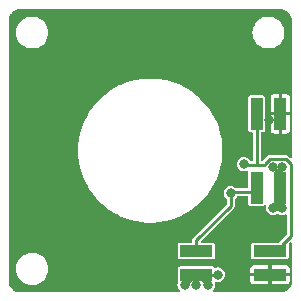
<source format=gbr>
%TF.GenerationSoftware,KiCad,Pcbnew,7.0.5.1-1-g8f565ef7f0-dirty-deb11*%
%TF.CreationDate,2023-07-26T12:03:11+00:00*%
%TF.ProjectId,pedalboard-led-ring,70656461-6c62-46f6-9172-642d6c65642d,1.0.0*%
%TF.SameCoordinates,Original*%
%TF.FileFunction,Copper,L2,Bot*%
%TF.FilePolarity,Positive*%
%FSLAX46Y46*%
G04 Gerber Fmt 4.6, Leading zero omitted, Abs format (unit mm)*
G04 Created by KiCad (PCBNEW 7.0.5.1-1-g8f565ef7f0-dirty-deb11) date 2023-07-26 12:03:11*
%MOMM*%
%LPD*%
G01*
G04 APERTURE LIST*
%TA.AperFunction,SMDPad,CuDef*%
%ADD10R,1.000000X2.750000*%
%TD*%
%TA.AperFunction,SMDPad,CuDef*%
%ADD11R,2.750000X1.000000*%
%TD*%
%TA.AperFunction,ViaPad*%
%ADD12C,0.800000*%
%TD*%
%TA.AperFunction,Conductor*%
%ADD13C,0.250000*%
%TD*%
G04 APERTURE END LIST*
D10*
%TO.P,J1,1,Pin_1*%
%TO.N,VCC*%
X91000000Y-56875000D03*
%TO.P,J1,2,Pin_2*%
%TO.N,GND*%
X91000000Y-63125000D03*
%TO.P,J1,3,Pin_3*%
%TO.N,Net-(J1-Pin_3)*%
X89000000Y-56875000D03*
%TO.P,J1,4,Pin_4*%
%TO.N,Net-(D12-DOUT)*%
X89000000Y-63125000D03*
%TD*%
D11*
%TO.P,J2,1,Pin_1*%
%TO.N,VCC*%
X90125000Y-70500000D03*
%TO.P,J2,2,Pin_2*%
%TO.N,GND*%
X83875000Y-70500000D03*
%TO.P,J2,3,Pin_3*%
%TO.N,Net-(J1-Pin_3)*%
X90125000Y-68500000D03*
%TO.P,J2,4,Pin_4*%
%TO.N,Net-(D12-DOUT)*%
X83875000Y-68500000D03*
%TD*%
D12*
%TO.N,Net-(D12-DOUT)*%
X86800000Y-63600000D03*
%TO.N,VCC*%
X74000000Y-52000000D03*
X70071797Y-61196152D03*
X76071797Y-69196152D03*
X90079502Y-57365000D03*
X81196152Y-69928203D03*
X83928203Y-50803848D03*
X72000000Y-66000000D03*
X86000000Y-67940000D03*
X70803848Y-56071797D03*
X88000000Y-54000000D03*
X88260000Y-66020000D03*
X78803848Y-50071797D03*
%TO.N,GND*%
X90400000Y-61400000D03*
X82900000Y-71400000D03*
X91150000Y-61400000D03*
X91150000Y-64850000D03*
X90400000Y-64850000D03*
X84900000Y-71400000D03*
X85700000Y-70500000D03*
X83900000Y-71400000D03*
%TO.N,Net-(J1-Pin_3)*%
X87910000Y-61150000D03*
%TD*%
D13*
%TO.N,Net-(D12-DOUT)*%
X88625000Y-63500000D02*
X86900000Y-63500000D01*
X86800000Y-64680000D02*
X83875000Y-67605000D01*
X86900000Y-63500000D02*
X86800000Y-63600000D01*
X83875000Y-67605000D02*
X83875000Y-68500000D01*
X86800000Y-63600000D02*
X86800000Y-64680000D01*
%TO.N,GND*%
X91000000Y-64250000D02*
X90400000Y-64850000D01*
X91000000Y-64700000D02*
X91150000Y-64850000D01*
X91100000Y-64900000D02*
X90400000Y-64900000D01*
X83800000Y-70500000D02*
X82900000Y-71400000D01*
X91000000Y-63125000D02*
X91000000Y-61550000D01*
X83875000Y-70500000D02*
X85700000Y-70500000D01*
X83875000Y-70500000D02*
X83875000Y-71375000D01*
X91000000Y-62000000D02*
X90400000Y-61400000D01*
X91000000Y-61550000D02*
X91150000Y-61400000D01*
X84000000Y-70500000D02*
X84900000Y-71400000D01*
X83875000Y-71375000D02*
X83900000Y-71400000D01*
X91000000Y-63125000D02*
X91000000Y-64700000D01*
%TO.N,Net-(J1-Pin_3)*%
X91875000Y-61127979D02*
X91875000Y-67250000D01*
X89695000Y-61200000D02*
X89695000Y-61107979D01*
X90107979Y-60695000D02*
X91442021Y-60695000D01*
X91875000Y-67250000D02*
X91125000Y-68000000D01*
X89695000Y-61107979D02*
X90107979Y-60695000D01*
X91442021Y-60695000D02*
X91875000Y-61127979D01*
X87910000Y-61200000D02*
X89695000Y-61200000D01*
X89000000Y-61200000D02*
X89000000Y-56875000D01*
%TD*%
%TA.AperFunction,Conductor*%
%TO.N,VCC*%
G36*
X91002140Y-48000687D02*
G01*
X91045464Y-48004477D01*
X91173816Y-48017119D01*
X91189696Y-48020008D01*
X91257626Y-48038209D01*
X91259036Y-48038612D01*
X91353264Y-48067196D01*
X91366359Y-48072207D01*
X91435690Y-48104536D01*
X91438085Y-48105733D01*
X91522989Y-48151115D01*
X91528052Y-48154225D01*
X91595221Y-48201258D01*
X91598233Y-48203543D01*
X91632865Y-48231964D01*
X91671280Y-48263491D01*
X91674877Y-48266751D01*
X91733247Y-48325121D01*
X91736512Y-48328723D01*
X91796455Y-48401765D01*
X91798740Y-48404777D01*
X91845773Y-48471946D01*
X91848883Y-48477009D01*
X91894255Y-48561893D01*
X91895462Y-48564308D01*
X91927791Y-48633639D01*
X91932804Y-48646739D01*
X91961364Y-48740887D01*
X91961809Y-48742445D01*
X91979986Y-48810282D01*
X91982882Y-48826202D01*
X91995520Y-48954525D01*
X91999311Y-48997843D01*
X91999500Y-49002161D01*
X91999500Y-60553145D01*
X91980593Y-60611336D01*
X91931093Y-60647300D01*
X91869907Y-60647300D01*
X91830496Y-60623149D01*
X91683762Y-60476414D01*
X91680843Y-60473229D01*
X91654477Y-60441806D01*
X91631839Y-60428736D01*
X91618939Y-60421288D01*
X91615304Y-60418972D01*
X91581705Y-60395446D01*
X91581700Y-60395443D01*
X91580245Y-60395054D01*
X91556369Y-60385164D01*
X91555066Y-60384411D01*
X91514673Y-60377289D01*
X91510457Y-60376354D01*
X91484174Y-60369312D01*
X91470828Y-60365736D01*
X91470827Y-60365736D01*
X91466402Y-60366123D01*
X91429947Y-60369312D01*
X91425647Y-60369500D01*
X90124354Y-60369500D01*
X90120053Y-60369312D01*
X90079173Y-60365736D01*
X90039543Y-60376354D01*
X90035327Y-60377289D01*
X89994935Y-60384411D01*
X89994927Y-60384414D01*
X89993619Y-60385170D01*
X89969765Y-60395051D01*
X89968303Y-60395442D01*
X89968295Y-60395446D01*
X89934695Y-60418972D01*
X89931059Y-60421288D01*
X89922854Y-60426025D01*
X89895524Y-60441805D01*
X89869160Y-60473224D01*
X89866242Y-60476408D01*
X89497148Y-60845503D01*
X89442631Y-60873281D01*
X89427144Y-60874500D01*
X89424500Y-60874500D01*
X89366309Y-60855593D01*
X89330345Y-60806093D01*
X89325500Y-60775500D01*
X89325500Y-58549500D01*
X89344407Y-58491309D01*
X89393907Y-58455345D01*
X89424500Y-58450500D01*
X89519747Y-58450500D01*
X89519748Y-58450500D01*
X89578231Y-58438867D01*
X89644552Y-58394552D01*
X89688867Y-58328231D01*
X89700500Y-58269748D01*
X89700500Y-57025000D01*
X90200001Y-57025000D01*
X90200001Y-58294791D01*
X90202909Y-58319874D01*
X90248213Y-58422477D01*
X90327522Y-58501786D01*
X90430127Y-58547090D01*
X90455203Y-58549999D01*
X90849998Y-58549999D01*
X90850000Y-58549998D01*
X91150000Y-58549998D01*
X91150001Y-58549999D01*
X91544790Y-58549999D01*
X91544791Y-58549998D01*
X91569874Y-58547090D01*
X91672477Y-58501786D01*
X91751786Y-58422477D01*
X91797090Y-58319872D01*
X91799999Y-58294797D01*
X91800000Y-58294794D01*
X91800000Y-57025001D01*
X91799999Y-57025000D01*
X91150001Y-57025000D01*
X91150000Y-57025001D01*
X91150000Y-58549998D01*
X90850000Y-58549998D01*
X90850000Y-57025001D01*
X90849999Y-57025000D01*
X90200001Y-57025000D01*
X89700500Y-57025000D01*
X89700500Y-56724999D01*
X90200000Y-56724999D01*
X90200001Y-56725000D01*
X90849999Y-56725000D01*
X90850000Y-56724999D01*
X90850000Y-55200000D01*
X91150000Y-55200000D01*
X91150000Y-56724999D01*
X91150001Y-56725000D01*
X91799998Y-56725000D01*
X91799999Y-56724998D01*
X91799999Y-55455209D01*
X91799998Y-55455208D01*
X91797090Y-55430125D01*
X91751786Y-55327522D01*
X91672477Y-55248213D01*
X91569872Y-55202909D01*
X91544797Y-55200000D01*
X91150000Y-55200000D01*
X90850000Y-55200000D01*
X90455210Y-55200000D01*
X90455207Y-55200001D01*
X90430125Y-55202909D01*
X90327522Y-55248213D01*
X90248213Y-55327522D01*
X90202909Y-55430127D01*
X90200000Y-55455202D01*
X90200000Y-56724999D01*
X89700500Y-56724999D01*
X89700500Y-55480252D01*
X89688867Y-55421769D01*
X89644552Y-55355448D01*
X89644548Y-55355445D01*
X89578233Y-55311134D01*
X89578231Y-55311133D01*
X89578228Y-55311132D01*
X89578227Y-55311132D01*
X89519758Y-55299501D01*
X89519748Y-55299500D01*
X88480252Y-55299500D01*
X88480251Y-55299500D01*
X88480241Y-55299501D01*
X88421772Y-55311132D01*
X88421766Y-55311134D01*
X88355451Y-55355445D01*
X88355445Y-55355451D01*
X88311134Y-55421766D01*
X88311132Y-55421772D01*
X88299501Y-55480241D01*
X88299500Y-55480253D01*
X88299500Y-58269746D01*
X88299501Y-58269758D01*
X88311132Y-58328227D01*
X88311133Y-58328231D01*
X88355448Y-58394552D01*
X88421769Y-58438867D01*
X88466231Y-58447711D01*
X88480241Y-58450498D01*
X88480246Y-58450498D01*
X88480252Y-58450500D01*
X88575500Y-58450500D01*
X88633691Y-58469407D01*
X88669655Y-58518907D01*
X88674500Y-58549500D01*
X88674500Y-60775500D01*
X88655593Y-60833691D01*
X88606093Y-60869655D01*
X88575500Y-60874500D01*
X88504336Y-60874500D01*
X88446145Y-60855593D01*
X88425796Y-60835769D01*
X88338282Y-60721718D01*
X88338277Y-60721714D01*
X88338276Y-60721713D01*
X88212838Y-60625462D01*
X88066766Y-60564957D01*
X88066758Y-60564955D01*
X87910001Y-60544318D01*
X87909999Y-60544318D01*
X87753241Y-60564955D01*
X87753233Y-60564957D01*
X87607161Y-60625462D01*
X87607160Y-60625462D01*
X87481723Y-60721713D01*
X87481713Y-60721723D01*
X87385462Y-60847160D01*
X87385462Y-60847161D01*
X87324957Y-60993233D01*
X87324955Y-60993241D01*
X87304318Y-61149999D01*
X87304318Y-61150000D01*
X87324955Y-61306758D01*
X87324957Y-61306766D01*
X87385462Y-61452838D01*
X87385462Y-61452839D01*
X87465205Y-61556762D01*
X87481718Y-61578282D01*
X87607159Y-61674536D01*
X87607160Y-61674536D01*
X87607161Y-61674537D01*
X87688614Y-61708276D01*
X87753238Y-61735044D01*
X87870809Y-61750522D01*
X87909999Y-61755682D01*
X87910000Y-61755682D01*
X87910001Y-61755682D01*
X87941352Y-61751554D01*
X88066762Y-61735044D01*
X88162616Y-61695339D01*
X88223611Y-61690539D01*
X88275780Y-61722508D01*
X88299195Y-61779036D01*
X88299500Y-61786804D01*
X88299500Y-63075500D01*
X88280593Y-63133691D01*
X88231093Y-63169655D01*
X88200500Y-63174500D01*
X87265514Y-63174500D01*
X87207323Y-63155593D01*
X87205247Y-63154042D01*
X87102838Y-63075462D01*
X86956766Y-63014957D01*
X86956758Y-63014955D01*
X86800001Y-62994318D01*
X86799999Y-62994318D01*
X86643241Y-63014955D01*
X86643233Y-63014957D01*
X86497161Y-63075462D01*
X86497160Y-63075462D01*
X86371723Y-63171713D01*
X86371713Y-63171723D01*
X86275462Y-63297160D01*
X86275462Y-63297161D01*
X86214957Y-63443233D01*
X86214955Y-63443241D01*
X86194318Y-63599999D01*
X86194318Y-63600000D01*
X86214955Y-63756758D01*
X86214957Y-63756766D01*
X86275462Y-63902838D01*
X86275462Y-63902839D01*
X86275464Y-63902841D01*
X86371718Y-64028282D01*
X86398280Y-64048664D01*
X86435767Y-64077428D01*
X86470423Y-64127852D01*
X86474500Y-64155970D01*
X86474500Y-64504165D01*
X86455593Y-64562356D01*
X86445504Y-64574169D01*
X83656413Y-67363259D01*
X83653228Y-67366176D01*
X83621807Y-67392542D01*
X83621806Y-67392544D01*
X83601292Y-67428075D01*
X83598972Y-67431716D01*
X83575446Y-67465316D01*
X83575442Y-67465324D01*
X83575051Y-67466786D01*
X83565170Y-67490640D01*
X83564414Y-67491948D01*
X83564410Y-67491960D01*
X83557287Y-67532349D01*
X83556353Y-67536564D01*
X83545736Y-67576187D01*
X83545736Y-67576193D01*
X83549312Y-67617072D01*
X83549500Y-67621373D01*
X83549500Y-67700500D01*
X83530593Y-67758691D01*
X83481093Y-67794655D01*
X83450500Y-67799500D01*
X82480252Y-67799500D01*
X82480251Y-67799500D01*
X82480241Y-67799501D01*
X82421772Y-67811132D01*
X82421766Y-67811134D01*
X82355451Y-67855445D01*
X82355445Y-67855451D01*
X82311134Y-67921766D01*
X82311132Y-67921772D01*
X82299501Y-67980241D01*
X82299500Y-67980253D01*
X82299500Y-69019746D01*
X82299501Y-69019758D01*
X82311132Y-69078227D01*
X82311133Y-69078231D01*
X82355448Y-69144552D01*
X82421769Y-69188867D01*
X82466231Y-69197711D01*
X82480241Y-69200498D01*
X82480246Y-69200498D01*
X82480252Y-69200500D01*
X82480253Y-69200500D01*
X85269747Y-69200500D01*
X85269748Y-69200500D01*
X85328231Y-69188867D01*
X85394552Y-69144552D01*
X85438867Y-69078231D01*
X85450500Y-69019748D01*
X85450500Y-67980252D01*
X85438867Y-67921769D01*
X85394552Y-67855448D01*
X85348736Y-67824834D01*
X85328233Y-67811134D01*
X85328231Y-67811133D01*
X85328228Y-67811132D01*
X85328227Y-67811132D01*
X85269758Y-67799501D01*
X85269748Y-67799500D01*
X85269747Y-67799500D01*
X84379834Y-67799500D01*
X84321643Y-67780593D01*
X84285679Y-67731093D01*
X84285679Y-67669907D01*
X84309830Y-67630496D01*
X87018583Y-64921742D01*
X87021760Y-64918829D01*
X87053194Y-64892455D01*
X87073714Y-64856911D01*
X87076012Y-64853303D01*
X87099554Y-64819684D01*
X87099941Y-64818236D01*
X87109838Y-64794345D01*
X87110588Y-64793045D01*
X87117709Y-64752656D01*
X87118640Y-64748452D01*
X87129264Y-64708807D01*
X87125687Y-64667922D01*
X87125500Y-64663623D01*
X87125500Y-64155970D01*
X87144407Y-64097779D01*
X87164233Y-64077428D01*
X87228282Y-64028282D01*
X87324536Y-63902841D01*
X87331257Y-63886613D01*
X87370996Y-63840088D01*
X87422722Y-63825500D01*
X88200500Y-63825500D01*
X88258691Y-63844407D01*
X88294655Y-63893907D01*
X88299500Y-63924500D01*
X88299500Y-64519746D01*
X88299501Y-64519758D01*
X88311132Y-64578227D01*
X88311134Y-64578233D01*
X88355445Y-64644548D01*
X88355448Y-64644552D01*
X88421769Y-64688867D01*
X88466231Y-64697711D01*
X88480241Y-64700498D01*
X88480246Y-64700498D01*
X88480252Y-64700500D01*
X88480253Y-64700500D01*
X89519747Y-64700500D01*
X89519748Y-64700500D01*
X89578231Y-64688867D01*
X89644552Y-64644552D01*
X89644552Y-64644551D01*
X89652659Y-64639135D01*
X89653937Y-64641048D01*
X89696454Y-64619379D01*
X89756887Y-64628943D01*
X89800156Y-64672203D01*
X89810105Y-64730080D01*
X89794318Y-64849999D01*
X89794318Y-64850000D01*
X89814955Y-65006758D01*
X89814957Y-65006766D01*
X89875462Y-65152838D01*
X89875462Y-65152839D01*
X89875464Y-65152841D01*
X89971718Y-65278282D01*
X89971722Y-65278285D01*
X89971723Y-65278286D01*
X90000500Y-65300367D01*
X90097159Y-65374536D01*
X90097160Y-65374536D01*
X90097161Y-65374537D01*
X90202974Y-65418366D01*
X90243238Y-65435044D01*
X90360809Y-65450522D01*
X90399999Y-65455682D01*
X90400000Y-65455682D01*
X90400001Y-65455682D01*
X90431352Y-65451554D01*
X90556762Y-65435044D01*
X90702841Y-65374536D01*
X90714731Y-65365411D01*
X90772407Y-65344987D01*
X90831073Y-65362363D01*
X90835258Y-65365404D01*
X90847159Y-65374536D01*
X90847160Y-65374536D01*
X90847161Y-65374537D01*
X90952974Y-65418366D01*
X90993238Y-65435044D01*
X91110809Y-65450522D01*
X91149999Y-65455682D01*
X91150000Y-65455682D01*
X91150001Y-65455682D01*
X91181352Y-65451554D01*
X91306762Y-65435044D01*
X91412615Y-65391197D01*
X91473611Y-65386397D01*
X91525780Y-65418366D01*
X91549195Y-65474894D01*
X91549500Y-65482662D01*
X91549500Y-67074165D01*
X91530593Y-67132356D01*
X91520504Y-67144169D01*
X90894170Y-67770504D01*
X90839653Y-67798281D01*
X90824166Y-67799500D01*
X88730252Y-67799500D01*
X88730251Y-67799500D01*
X88730241Y-67799501D01*
X88671772Y-67811132D01*
X88671766Y-67811134D01*
X88605451Y-67855445D01*
X88605445Y-67855451D01*
X88561134Y-67921766D01*
X88561132Y-67921772D01*
X88549501Y-67980241D01*
X88549500Y-67980253D01*
X88549500Y-69019746D01*
X88549501Y-69019758D01*
X88561132Y-69078227D01*
X88561133Y-69078231D01*
X88605448Y-69144552D01*
X88671769Y-69188867D01*
X88716231Y-69197711D01*
X88730241Y-69200498D01*
X88730246Y-69200498D01*
X88730252Y-69200500D01*
X88730253Y-69200500D01*
X91519747Y-69200500D01*
X91519748Y-69200500D01*
X91578231Y-69188867D01*
X91644552Y-69144552D01*
X91688867Y-69078231D01*
X91700500Y-69019748D01*
X91700500Y-67980252D01*
X91694992Y-67952559D01*
X91702182Y-67891798D01*
X91722086Y-67863240D01*
X91830497Y-67754830D01*
X91885013Y-67727053D01*
X91945445Y-67736625D01*
X91988710Y-67779889D01*
X91999500Y-67824834D01*
X91999500Y-70997837D01*
X91999311Y-71002154D01*
X91997623Y-71021447D01*
X91978058Y-71067536D01*
X91987060Y-71083017D01*
X91988810Y-71113602D01*
X91982882Y-71173796D01*
X91979986Y-71189716D01*
X91961809Y-71257553D01*
X91961364Y-71259111D01*
X91932804Y-71353259D01*
X91927791Y-71366359D01*
X91895462Y-71435690D01*
X91894255Y-71438105D01*
X91848883Y-71522989D01*
X91845773Y-71528052D01*
X91798740Y-71595221D01*
X91796455Y-71598233D01*
X91736512Y-71671275D01*
X91733247Y-71674877D01*
X91674877Y-71733247D01*
X91671275Y-71736512D01*
X91598233Y-71796455D01*
X91595221Y-71798740D01*
X91528052Y-71845773D01*
X91522989Y-71848883D01*
X91438105Y-71894255D01*
X91435690Y-71895462D01*
X91366359Y-71927791D01*
X91353259Y-71932804D01*
X91259111Y-71961364D01*
X91257553Y-71961809D01*
X91189716Y-71979986D01*
X91173796Y-71982882D01*
X91045473Y-71995520D01*
X91002156Y-71999311D01*
X90997838Y-71999500D01*
X85396071Y-71999500D01*
X85337880Y-71980593D01*
X85301916Y-71931093D01*
X85301916Y-71869907D01*
X85326067Y-71830496D01*
X85328273Y-71828288D01*
X85328282Y-71828282D01*
X85424536Y-71702841D01*
X85485044Y-71556762D01*
X85505682Y-71400000D01*
X85485044Y-71243238D01*
X85478001Y-71226236D01*
X85473200Y-71165243D01*
X85505168Y-71113073D01*
X85561695Y-71089656D01*
X85582387Y-71090198D01*
X85699999Y-71105682D01*
X85700000Y-71105682D01*
X85700001Y-71105682D01*
X85752927Y-71098714D01*
X85856762Y-71085044D01*
X85953941Y-71044791D01*
X88450001Y-71044791D01*
X88452909Y-71069874D01*
X88498213Y-71172477D01*
X88577522Y-71251786D01*
X88680127Y-71297090D01*
X88705203Y-71299999D01*
X89974998Y-71299999D01*
X89974999Y-71299998D01*
X90275000Y-71299998D01*
X90275001Y-71299999D01*
X91544790Y-71299999D01*
X91544791Y-71299998D01*
X91569874Y-71297090D01*
X91672477Y-71251786D01*
X91751787Y-71172476D01*
X91799722Y-71063912D01*
X91810751Y-71051586D01*
X91800000Y-71012817D01*
X91800000Y-70650001D01*
X91799999Y-70650000D01*
X90275001Y-70650000D01*
X90275000Y-70650001D01*
X90275000Y-71299998D01*
X89974999Y-71299998D01*
X89975000Y-71299997D01*
X89975000Y-70650001D01*
X89974999Y-70650000D01*
X88450002Y-70650000D01*
X88450001Y-70650001D01*
X88450001Y-71044791D01*
X85953941Y-71044791D01*
X86002841Y-71024536D01*
X86128282Y-70928282D01*
X86224536Y-70802841D01*
X86285044Y-70656762D01*
X86305682Y-70500000D01*
X86285934Y-70349999D01*
X88450000Y-70349999D01*
X88450001Y-70350000D01*
X89974999Y-70350000D01*
X89975000Y-70349999D01*
X90275000Y-70349999D01*
X90275001Y-70350000D01*
X91799998Y-70350000D01*
X91799999Y-70349999D01*
X91799999Y-69955210D01*
X91799998Y-69955208D01*
X91797090Y-69930125D01*
X91751786Y-69827522D01*
X91672477Y-69748213D01*
X91569872Y-69702909D01*
X91544797Y-69700000D01*
X90275001Y-69700000D01*
X90275000Y-69700001D01*
X90275000Y-70349999D01*
X89975000Y-70349999D01*
X89975000Y-69700001D01*
X89974999Y-69700000D01*
X88705210Y-69700000D01*
X88705208Y-69700001D01*
X88680125Y-69702909D01*
X88577522Y-69748213D01*
X88498213Y-69827522D01*
X88452909Y-69930127D01*
X88450000Y-69955202D01*
X88450000Y-70349999D01*
X86285934Y-70349999D01*
X86285044Y-70343238D01*
X86224537Y-70197161D01*
X86224537Y-70197160D01*
X86128286Y-70071723D01*
X86128285Y-70071722D01*
X86128282Y-70071718D01*
X86128277Y-70071714D01*
X86128276Y-70071713D01*
X86034817Y-70000000D01*
X86002841Y-69975464D01*
X86002840Y-69975463D01*
X86002838Y-69975462D01*
X85856766Y-69914957D01*
X85856758Y-69914955D01*
X85700001Y-69894318D01*
X85699999Y-69894318D01*
X85543238Y-69914955D01*
X85543238Y-69914956D01*
X85532984Y-69919203D01*
X85471987Y-69924001D01*
X85419820Y-69892029D01*
X85412788Y-69882740D01*
X85394552Y-69855448D01*
X85394548Y-69855445D01*
X85328233Y-69811134D01*
X85328231Y-69811133D01*
X85328228Y-69811132D01*
X85328227Y-69811132D01*
X85269758Y-69799501D01*
X85269748Y-69799500D01*
X82480252Y-69799500D01*
X82480251Y-69799500D01*
X82480241Y-69799501D01*
X82421772Y-69811132D01*
X82421766Y-69811134D01*
X82355451Y-69855445D01*
X82355445Y-69855451D01*
X82311134Y-69921766D01*
X82311132Y-69921772D01*
X82299501Y-69980241D01*
X82299500Y-69980253D01*
X82299500Y-71019746D01*
X82299501Y-71019758D01*
X82311132Y-71078227D01*
X82311134Y-71078233D01*
X82326286Y-71100909D01*
X82342895Y-71159797D01*
X82335436Y-71193791D01*
X82314957Y-71243236D01*
X82314955Y-71243241D01*
X82294318Y-71399999D01*
X82294318Y-71400000D01*
X82314955Y-71556758D01*
X82314957Y-71556766D01*
X82375462Y-71702838D01*
X82375462Y-71702839D01*
X82471713Y-71828276D01*
X82471718Y-71828282D01*
X82471722Y-71828285D01*
X82473933Y-71830496D01*
X82474953Y-71832498D01*
X82475668Y-71833430D01*
X82475495Y-71833562D01*
X82501710Y-71885013D01*
X82492139Y-71945445D01*
X82448874Y-71988710D01*
X82403929Y-71999500D01*
X69002162Y-71999500D01*
X68997844Y-71999311D01*
X68954525Y-71995520D01*
X68826202Y-71982882D01*
X68810284Y-71979986D01*
X68773391Y-71970101D01*
X68742445Y-71961809D01*
X68740887Y-71961364D01*
X68646739Y-71932804D01*
X68633639Y-71927791D01*
X68564308Y-71895462D01*
X68561893Y-71894255D01*
X68477009Y-71848883D01*
X68471946Y-71845773D01*
X68404777Y-71798740D01*
X68401765Y-71796455D01*
X68328723Y-71736512D01*
X68325121Y-71733247D01*
X68266751Y-71674877D01*
X68263486Y-71671275D01*
X68203543Y-71598233D01*
X68201258Y-71595221D01*
X68174328Y-71556762D01*
X68154222Y-71528048D01*
X68151115Y-71522989D01*
X68105733Y-71438085D01*
X68104536Y-71435690D01*
X68072207Y-71366359D01*
X68067194Y-71353259D01*
X68038612Y-71259036D01*
X68038209Y-71257626D01*
X68020008Y-71189696D01*
X68017119Y-71173816D01*
X68004476Y-71045447D01*
X68004419Y-71044791D01*
X68000687Y-71002140D01*
X68000500Y-70997840D01*
X68000500Y-70000004D01*
X68644341Y-70000004D01*
X68664935Y-70235400D01*
X68726098Y-70463667D01*
X68825959Y-70677818D01*
X68825963Y-70677826D01*
X68913497Y-70802839D01*
X68961505Y-70871401D01*
X69128599Y-71038495D01*
X69128602Y-71038497D01*
X69128603Y-71038498D01*
X69147295Y-71051586D01*
X69322171Y-71174035D01*
X69322172Y-71174035D01*
X69322173Y-71174036D01*
X69322181Y-71174040D01*
X69536333Y-71273901D01*
X69536337Y-71273903D01*
X69764592Y-71335063D01*
X69764596Y-71335063D01*
X69764599Y-71335064D01*
X69941026Y-71350500D01*
X69941034Y-71350500D01*
X70058974Y-71350500D01*
X70235400Y-71335064D01*
X70235401Y-71335063D01*
X70235408Y-71335063D01*
X70463663Y-71273903D01*
X70677829Y-71174035D01*
X70871401Y-71038495D01*
X71038495Y-70871401D01*
X71174035Y-70677830D01*
X71273903Y-70463663D01*
X71335063Y-70235408D01*
X71335064Y-70235400D01*
X71355659Y-70000004D01*
X71355659Y-69999995D01*
X71335064Y-69764599D01*
X71335063Y-69764596D01*
X71335063Y-69764592D01*
X71273903Y-69536337D01*
X71174035Y-69322171D01*
X71049667Y-69144554D01*
X71038498Y-69128603D01*
X71038497Y-69128602D01*
X71038495Y-69128599D01*
X70871401Y-68961505D01*
X70871397Y-68961502D01*
X70871396Y-68961501D01*
X70677826Y-68825963D01*
X70677818Y-68825959D01*
X70463666Y-68726098D01*
X70463667Y-68726098D01*
X70387577Y-68705710D01*
X70235408Y-68664937D01*
X70235407Y-68664936D01*
X70235400Y-68664935D01*
X70058974Y-68649500D01*
X70058966Y-68649500D01*
X69941034Y-68649500D01*
X69941026Y-68649500D01*
X69764599Y-68664935D01*
X69536332Y-68726098D01*
X69322181Y-68825959D01*
X69322173Y-68825963D01*
X69128603Y-68961501D01*
X68961501Y-69128603D01*
X68825964Y-69322171D01*
X68726097Y-69536337D01*
X68664935Y-69764599D01*
X68644341Y-69999995D01*
X68644341Y-70000004D01*
X68000500Y-70000004D01*
X68000500Y-60000000D01*
X73894548Y-60000000D01*
X73914346Y-60491285D01*
X73914346Y-60491291D01*
X73914347Y-60491297D01*
X73914347Y-60491306D01*
X73973609Y-60979365D01*
X73973613Y-60979392D01*
X74071962Y-61461136D01*
X74071962Y-61461137D01*
X74208750Y-61933386D01*
X74208753Y-61933395D01*
X74335071Y-62266467D01*
X74383110Y-62393133D01*
X74537956Y-62719464D01*
X74592578Y-62834579D01*
X74593891Y-62837345D01*
X74839733Y-63263155D01*
X74839734Y-63263156D01*
X75119038Y-63667800D01*
X75429999Y-64048659D01*
X75770601Y-64403263D01*
X75770605Y-64403267D01*
X76042955Y-64644548D01*
X76138635Y-64729313D01*
X76138640Y-64729317D01*
X76531707Y-65024688D01*
X76715923Y-65141179D01*
X76947274Y-65287477D01*
X76947281Y-65287480D01*
X76947280Y-65287480D01*
X76947293Y-65287488D01*
X77304368Y-65474894D01*
X77382638Y-65515973D01*
X77834977Y-65708697D01*
X78065494Y-65785654D01*
X78301341Y-65864392D01*
X78301351Y-65864395D01*
X78301357Y-65864397D01*
X78778753Y-65982065D01*
X79264069Y-66060936D01*
X79754158Y-66100500D01*
X79754163Y-66100500D01*
X80245837Y-66100500D01*
X80245842Y-66100500D01*
X80735931Y-66060936D01*
X81221247Y-65982065D01*
X81698643Y-65864397D01*
X82165023Y-65708697D01*
X82617362Y-65515973D01*
X82886847Y-65374537D01*
X83052706Y-65287488D01*
X83052711Y-65287484D01*
X83052726Y-65287477D01*
X83468292Y-65024688D01*
X83861365Y-64729313D01*
X84229395Y-64403267D01*
X84569996Y-64048664D01*
X84880959Y-63667803D01*
X85160267Y-63263155D01*
X85406109Y-62837345D01*
X85616890Y-62393133D01*
X85791244Y-61933401D01*
X85791246Y-61933395D01*
X85791249Y-61933386D01*
X85928037Y-61461137D01*
X85928037Y-61461136D01*
X85928039Y-61461130D01*
X86026388Y-60979383D01*
X86047429Y-60806093D01*
X86085652Y-60491306D01*
X86085652Y-60491301D01*
X86085654Y-60491285D01*
X86105452Y-60000000D01*
X86085654Y-59508715D01*
X86085652Y-59508698D01*
X86085652Y-59508693D01*
X86026390Y-59020634D01*
X86026388Y-59020617D01*
X85928039Y-58538870D01*
X85922257Y-58518907D01*
X85791249Y-58066613D01*
X85791246Y-58066604D01*
X85773157Y-58018910D01*
X85616890Y-57606867D01*
X85406109Y-57162655D01*
X85160267Y-56736845D01*
X85020612Y-56534521D01*
X84880961Y-56332199D01*
X84570000Y-55951340D01*
X84229398Y-55596736D01*
X84097902Y-55480241D01*
X83953372Y-55352198D01*
X83861364Y-55270686D01*
X83861359Y-55270682D01*
X83468292Y-54975311D01*
X83176978Y-54791095D01*
X83052726Y-54712523D01*
X83052722Y-54712520D01*
X83052719Y-54712519D01*
X83052706Y-54712511D01*
X82617376Y-54484034D01*
X82617372Y-54484032D01*
X82617369Y-54484030D01*
X82617362Y-54484027D01*
X82165023Y-54291303D01*
X82165024Y-54291303D01*
X82165021Y-54291302D01*
X81698658Y-54135607D01*
X81698638Y-54135601D01*
X81337278Y-54046534D01*
X81221247Y-54017935D01*
X80735931Y-53939064D01*
X80735925Y-53939063D01*
X80461028Y-53916871D01*
X80245842Y-53899500D01*
X79754158Y-53899500D01*
X79556342Y-53915469D01*
X79264074Y-53939063D01*
X78778753Y-54017935D01*
X78301361Y-54135601D01*
X78301341Y-54135607D01*
X77834978Y-54291302D01*
X77542369Y-54415971D01*
X77382638Y-54484027D01*
X77382634Y-54484028D01*
X77382627Y-54484032D01*
X77382623Y-54484034D01*
X76947293Y-54712511D01*
X76947280Y-54712519D01*
X76531707Y-54975311D01*
X76138640Y-55270682D01*
X76138635Y-55270686D01*
X75770601Y-55596736D01*
X75429999Y-55951340D01*
X75119038Y-56332199D01*
X74839734Y-56736843D01*
X74593885Y-57162666D01*
X74383108Y-57606872D01*
X74208753Y-58066604D01*
X74208750Y-58066613D01*
X74071962Y-58538862D01*
X74071962Y-58538863D01*
X73973613Y-59020607D01*
X73973609Y-59020634D01*
X73914347Y-59508693D01*
X73914347Y-59508702D01*
X73914346Y-59508709D01*
X73914346Y-59508715D01*
X73894548Y-60000000D01*
X68000500Y-60000000D01*
X68000500Y-50000004D01*
X68644341Y-50000004D01*
X68664935Y-50235400D01*
X68726098Y-50463667D01*
X68825959Y-50677818D01*
X68825963Y-50677826D01*
X68825964Y-50677828D01*
X68825965Y-50677829D01*
X68961505Y-50871401D01*
X69128599Y-51038495D01*
X69322171Y-51174035D01*
X69322172Y-51174035D01*
X69322173Y-51174036D01*
X69322181Y-51174040D01*
X69536333Y-51273901D01*
X69536337Y-51273903D01*
X69764592Y-51335063D01*
X69764596Y-51335063D01*
X69764599Y-51335064D01*
X69941026Y-51350500D01*
X69941034Y-51350500D01*
X70058974Y-51350500D01*
X70235400Y-51335064D01*
X70235401Y-51335063D01*
X70235408Y-51335063D01*
X70463663Y-51273903D01*
X70677829Y-51174035D01*
X70871401Y-51038495D01*
X71038495Y-50871401D01*
X71174035Y-50677830D01*
X71273903Y-50463663D01*
X71335063Y-50235408D01*
X71355659Y-50000004D01*
X88644341Y-50000004D01*
X88664935Y-50235400D01*
X88726098Y-50463667D01*
X88825959Y-50677818D01*
X88825963Y-50677826D01*
X88825964Y-50677828D01*
X88825965Y-50677829D01*
X88961505Y-50871401D01*
X89128599Y-51038495D01*
X89322171Y-51174035D01*
X89322172Y-51174035D01*
X89322173Y-51174036D01*
X89322181Y-51174040D01*
X89536333Y-51273901D01*
X89536337Y-51273903D01*
X89764592Y-51335063D01*
X89764596Y-51335063D01*
X89764599Y-51335064D01*
X89941026Y-51350500D01*
X89941034Y-51350500D01*
X90058974Y-51350500D01*
X90235400Y-51335064D01*
X90235401Y-51335063D01*
X90235408Y-51335063D01*
X90463663Y-51273903D01*
X90677829Y-51174035D01*
X90871401Y-51038495D01*
X91038495Y-50871401D01*
X91174035Y-50677830D01*
X91273903Y-50463663D01*
X91335063Y-50235408D01*
X91355659Y-50000000D01*
X91335063Y-49764592D01*
X91273903Y-49536337D01*
X91174035Y-49322171D01*
X91038495Y-49128599D01*
X90871401Y-48961505D01*
X90871397Y-48961502D01*
X90871396Y-48961501D01*
X90678167Y-48826202D01*
X90677829Y-48825965D01*
X90677828Y-48825964D01*
X90677826Y-48825963D01*
X90677818Y-48825959D01*
X90463666Y-48726098D01*
X90463667Y-48726098D01*
X90387578Y-48705710D01*
X90235408Y-48664937D01*
X90235407Y-48664936D01*
X90235400Y-48664935D01*
X90058974Y-48649500D01*
X90058966Y-48649500D01*
X89941034Y-48649500D01*
X89941026Y-48649500D01*
X89764599Y-48664935D01*
X89536332Y-48726098D01*
X89322181Y-48825959D01*
X89322173Y-48825963D01*
X89128603Y-48961501D01*
X88961501Y-49128603D01*
X88825964Y-49322171D01*
X88726097Y-49536337D01*
X88664935Y-49764599D01*
X88644341Y-49999995D01*
X88644341Y-50000004D01*
X71355659Y-50000004D01*
X71355659Y-50000000D01*
X71335063Y-49764592D01*
X71273903Y-49536337D01*
X71174035Y-49322171D01*
X71038495Y-49128599D01*
X70871401Y-48961505D01*
X70871397Y-48961502D01*
X70871396Y-48961501D01*
X70678167Y-48826202D01*
X70677829Y-48825965D01*
X70677828Y-48825964D01*
X70677826Y-48825963D01*
X70677818Y-48825959D01*
X70463666Y-48726098D01*
X70463667Y-48726098D01*
X70387578Y-48705710D01*
X70235408Y-48664937D01*
X70235407Y-48664936D01*
X70235400Y-48664935D01*
X70058974Y-48649500D01*
X70058966Y-48649500D01*
X69941034Y-48649500D01*
X69941026Y-48649500D01*
X69764599Y-48664935D01*
X69536332Y-48726098D01*
X69322181Y-48825959D01*
X69322173Y-48825963D01*
X69128603Y-48961501D01*
X68961501Y-49128603D01*
X68825964Y-49322171D01*
X68726097Y-49536337D01*
X68664935Y-49764599D01*
X68644341Y-49999995D01*
X68644341Y-50000004D01*
X68000500Y-50000004D01*
X68000500Y-49002158D01*
X68000687Y-48997860D01*
X68004483Y-48954465D01*
X68017120Y-48826179D01*
X68020007Y-48810307D01*
X68038218Y-48742342D01*
X68038603Y-48740995D01*
X68067199Y-48646725D01*
X68072207Y-48633639D01*
X68099292Y-48575555D01*
X68104551Y-48564276D01*
X68105718Y-48561943D01*
X68151123Y-48476994D01*
X68154212Y-48471965D01*
X68201271Y-48404759D01*
X68203528Y-48401784D01*
X68263508Y-48328698D01*
X68266741Y-48325131D01*
X68325131Y-48266741D01*
X68328698Y-48263508D01*
X68401784Y-48203528D01*
X68404759Y-48201271D01*
X68471965Y-48154212D01*
X68476994Y-48151123D01*
X68561943Y-48105718D01*
X68564276Y-48104551D01*
X68633641Y-48072205D01*
X68646725Y-48067199D01*
X68740995Y-48038603D01*
X68742342Y-48038218D01*
X68810307Y-48020007D01*
X68826179Y-48017120D01*
X68954484Y-48004482D01*
X68997859Y-48000687D01*
X69002159Y-48000500D01*
X90997840Y-48000500D01*
X91002140Y-48000687D01*
G37*
%TD.AperFunction*%
%TD*%
M02*

</source>
